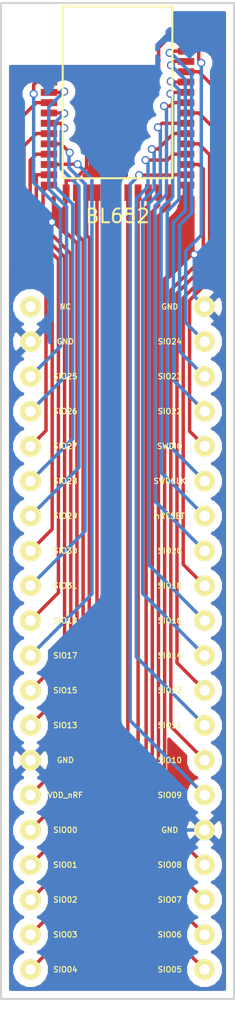
<source format=kicad_pcb>
(kicad_pcb (version 4) (host pcbnew 4.0.4-stable)

  (general
    (links 42)
    (no_connects 0)
    (area 143.424999 65.074999 160.575001 140.075)
    (thickness 1.6)
    (drawings 4)
    (tracks 260)
    (zones 0)
    (modules 2)
    (nets 37)
  )

  (page A4)
  (layers
    (0 F.Cu signal)
    (31 B.Cu signal)
    (32 B.Adhes user)
    (33 F.Adhes user)
    (34 B.Paste user)
    (35 F.Paste user)
    (36 B.SilkS user)
    (37 F.SilkS user)
    (38 B.Mask user)
    (39 F.Mask user)
    (40 Dwgs.User user)
    (41 Cmts.User user)
    (42 Eco1.User user)
    (43 Eco2.User user)
    (44 Edge.Cuts user)
    (45 Margin user)
    (46 B.CrtYd user)
    (47 F.CrtYd user)
    (48 B.Fab user)
    (49 F.Fab user)
  )

  (setup
    (last_trace_width 0.25)
    (trace_clearance 0.2)
    (zone_clearance 0.508)
    (zone_45_only yes)
    (trace_min 0.2)
    (segment_width 0.2)
    (edge_width 0.15)
    (via_size 0.6)
    (via_drill 0.4)
    (via_min_size 0.4)
    (via_min_drill 0.3)
    (uvia_size 0.3)
    (uvia_drill 0.1)
    (uvias_allowed no)
    (uvia_min_size 0.2)
    (uvia_min_drill 0.1)
    (pcb_text_width 0.3)
    (pcb_text_size 1.5 1.5)
    (mod_edge_width 0.15)
    (mod_text_size 1 1)
    (mod_text_width 0.15)
    (pad_size 1.524 1.524)
    (pad_drill 0.762)
    (pad_to_mask_clearance 0.2)
    (aux_axis_origin 0 0)
    (visible_elements FFFFFF7F)
    (pcbplotparams
      (layerselection 0x010f0_80000001)
      (usegerberextensions true)
      (excludeedgelayer true)
      (linewidth 0.100000)
      (plotframeref false)
      (viasonmask false)
      (mode 1)
      (useauxorigin false)
      (hpglpennumber 1)
      (hpglpenspeed 20)
      (hpglpendiameter 15)
      (hpglpenoverlay 2)
      (psnegative false)
      (psa4output false)
      (plotreference true)
      (plotvalue true)
      (plotinvisibletext false)
      (padsonsilk false)
      (subtractmaskfromsilk true)
      (outputformat 1)
      (mirror false)
      (drillshape 0)
      (scaleselection 1)
      (outputdirectory gerber/))
  )

  (net 0 "")
  (net 1 /38)
  (net 2 /37)
  (net 3 /36)
  (net 4 /35)
  (net 5 /34)
  (net 6 /33)
  (net 7 /32)
  (net 8 /31)
  (net 9 /30)
  (net 10 /29)
  (net 11 /28)
  (net 12 /26)
  (net 13 /25)
  (net 14 /24)
  (net 15 /23)
  (net 16 /22)
  (net 17 /21)
  (net 18 /20)
  (net 19 /19)
  (net 20 /18)
  (net 21 /17)
  (net 22 /15)
  (net 23 /14)
  (net 24 /13)
  (net 25 /12)
  (net 26 /11)
  (net 27 /10)
  (net 28 /9)
  (net 29 /8)
  (net 30 /7)
  (net 31 /6)
  (net 32 /5)
  (net 33 /4)
  (net 34 /3)
  (net 35 /2)
  (net 36 GND)

  (net_class Default "これは標準のネット クラスです。"
    (clearance 0.2)
    (trace_width 0.25)
    (via_dia 0.6)
    (via_drill 0.4)
    (uvia_dia 0.3)
    (uvia_drill 0.1)
    (add_net /10)
    (add_net /11)
    (add_net /12)
    (add_net /13)
    (add_net /14)
    (add_net /15)
    (add_net /17)
    (add_net /18)
    (add_net /19)
    (add_net /2)
    (add_net /20)
    (add_net /21)
    (add_net /22)
    (add_net /23)
    (add_net /24)
    (add_net /25)
    (add_net /26)
    (add_net /28)
    (add_net /29)
    (add_net /3)
    (add_net /30)
    (add_net /31)
    (add_net /32)
    (add_net /33)
    (add_net /34)
    (add_net /35)
    (add_net /36)
    (add_net /37)
    (add_net /38)
    (add_net /4)
    (add_net /5)
    (add_net /6)
    (add_net /7)
    (add_net /8)
    (add_net /9)
    (add_net GND)
  )

  (module bl652-breakout-board:BL652 (layer F.Cu) (tedit 5800F59C) (tstamp 5800F81D)
    (at 152 72)
    (path /58008751)
    (fp_text reference BL652 (at 0 9) (layer F.SilkS)
      (effects (font (size 1 1) (thickness 0.15)))
    )
    (fp_text value BL652 (at 0 10.5) (layer F.Fab)
      (effects (font (size 1 1) (thickness 0.15)))
    )
    (fp_line (start -4 -6.25) (end -4 6.25) (layer F.SilkS) (width 0.15))
    (fp_line (start -4 6.25) (end 4 6.25) (layer F.SilkS) (width 0.15))
    (fp_line (start 4 6.25) (end 4 -6.25) (layer F.SilkS) (width 0.15))
    (fp_line (start 4 -6.25) (end -4 -6.25) (layer F.SilkS) (width 0.15))
    (fp_line (start -5 -6.65) (end 5 -6.65) (layer F.Fab) (width 0.15))
    (fp_line (start 5 7.3) (end 5 -6.65) (layer F.Fab) (width 0.15))
    (fp_line (start -5 7.3) (end -5 -6.65) (layer F.Fab) (width 0.15))
    (fp_line (start -5 7.3) (end 5 7.3) (layer F.Fab) (width 0.15))
    (pad 39 smd rect (at -5 -1.5) (size 1.2 0.5) (layers F.Cu F.Paste F.Mask)
      (net 36 GND))
    (pad 38 smd rect (at -5 -0.75) (size 1.2 0.5) (layers F.Cu F.Paste F.Mask)
      (net 1 /38))
    (pad 37 smd rect (at -5 0) (size 1.2 0.5) (layers F.Cu F.Paste F.Mask)
      (net 2 /37))
    (pad 36 smd rect (at -5 0.75) (size 1.2 0.5) (layers F.Cu F.Paste F.Mask)
      (net 3 /36))
    (pad 35 smd rect (at -5 1.5) (size 1.2 0.5) (layers F.Cu F.Paste F.Mask)
      (net 4 /35))
    (pad 34 smd rect (at -5 2.25) (size 1.2 0.5) (layers F.Cu F.Paste F.Mask)
      (net 5 /34))
    (pad 33 smd rect (at -5 3) (size 1.2 0.5) (layers F.Cu F.Paste F.Mask)
      (net 6 /33))
    (pad 32 smd rect (at -5 3.75) (size 1.2 0.5) (layers F.Cu F.Paste F.Mask)
      (net 7 /32))
    (pad 31 smd rect (at -5 4.5) (size 1.2 0.5) (layers F.Cu F.Paste F.Mask)
      (net 8 /31))
    (pad 30 smd rect (at -5 5.25) (size 1.2 0.5) (layers F.Cu F.Paste F.Mask)
      (net 9 /30))
    (pad 29 smd rect (at -5 6) (size 1.2 0.5) (layers F.Cu F.Paste F.Mask)
      (net 10 /29))
    (pad 28 smd rect (at -5 6.75) (size 1.2 0.5) (layers F.Cu F.Paste F.Mask)
      (net 11 /28))
    (pad 27 smd rect (at -3.75 7.3) (size 0.5 1.2) (layers F.Cu F.Paste F.Mask)
      (net 36 GND))
    (pad 26 smd rect (at -3 7.3) (size 0.5 1.2) (layers F.Cu F.Paste F.Mask)
      (net 12 /26))
    (pad 25 smd rect (at -2.25 7.3) (size 0.5 1.2) (layers F.Cu F.Paste F.Mask)
      (net 13 /25))
    (pad 24 smd rect (at -1.5 7.3) (size 0.5 1.2) (layers F.Cu F.Paste F.Mask)
      (net 14 /24))
    (pad 23 smd rect (at -0.75 7.3) (size 0.5 1.2) (layers F.Cu F.Paste F.Mask)
      (net 15 /23))
    (pad 22 smd rect (at 0 7.3) (size 0.5 1.2) (layers F.Cu F.Paste F.Mask)
      (net 16 /22))
    (pad 21 smd rect (at 0.75 7.3) (size 0.5 1.2) (layers F.Cu F.Paste F.Mask)
      (net 17 /21))
    (pad 20 smd rect (at 1.5 7.3) (size 0.5 1.2) (layers F.Cu F.Paste F.Mask)
      (net 18 /20))
    (pad 19 smd rect (at 2.25 7.3) (size 0.5 1.2) (layers F.Cu F.Paste F.Mask)
      (net 19 /19))
    (pad 18 smd rect (at 3 7.3) (size 0.5 1.2) (layers F.Cu F.Paste F.Mask)
      (net 20 /18))
    (pad 17 smd rect (at 3.75 7.3) (size 0.5 1.2) (layers F.Cu F.Paste F.Mask)
      (net 21 /17))
    (pad 16 smd rect (at 5 6.75) (size 1.2 0.5) (layers F.Cu F.Paste F.Mask)
      (net 36 GND))
    (pad 15 smd rect (at 5 6) (size 1.2 0.5) (layers F.Cu F.Paste F.Mask)
      (net 22 /15))
    (pad 14 smd rect (at 5 5.25) (size 1.2 0.5) (layers F.Cu F.Paste F.Mask)
      (net 23 /14))
    (pad 13 smd rect (at 5 4.5) (size 1.2 0.5) (layers F.Cu F.Paste F.Mask)
      (net 24 /13))
    (pad 12 smd rect (at 5 3.75) (size 1.2 0.5) (layers F.Cu F.Paste F.Mask)
      (net 25 /12))
    (pad 11 smd rect (at 5 3) (size 1.2 0.5) (layers F.Cu F.Paste F.Mask)
      (net 26 /11))
    (pad 10 smd rect (at 5 2.25) (size 1.2 0.5) (layers F.Cu F.Paste F.Mask)
      (net 27 /10))
    (pad 9 smd rect (at 5 1.5) (size 1.2 0.5) (layers F.Cu F.Paste F.Mask)
      (net 28 /9))
    (pad 8 smd rect (at 5 0.75) (size 1.2 0.5) (layers F.Cu F.Paste F.Mask)
      (net 29 /8))
    (pad 7 smd rect (at 5 0) (size 1.2 0.5) (layers F.Cu F.Paste F.Mask)
      (net 30 /7))
    (pad 6 smd rect (at 5 -0.75) (size 1.2 0.5) (layers F.Cu F.Paste F.Mask)
      (net 31 /6))
    (pad 5 smd rect (at 5 -1.5) (size 1.2 0.5) (layers F.Cu F.Paste F.Mask)
      (net 32 /5))
    (pad 4 smd rect (at 5 -2.25) (size 1.2 0.5) (layers F.Cu F.Paste F.Mask)
      (net 33 /4))
    (pad 3 smd rect (at 5 -3) (size 1.2 0.5) (layers F.Cu F.Paste F.Mask)
      (net 34 /3))
    (pad 2 smd rect (at 5 -3.75) (size 1.2 0.5) (layers F.Cu F.Paste F.Mask)
      (net 35 /2))
    (pad 1 smd rect (at 5 -4.5) (size 1.2 0.5) (layers F.Cu F.Paste F.Mask)
      (net 36 GND))
  )

  (module bl652-breakout-board:BL652_socket (layer F.Cu) (tedit 5800F76E) (tstamp 5800F871)
    (at 152 113)
    (path /5800879B)
    (fp_text reference "" (at 0 24.765) (layer F.SilkS)
      (effects (font (size 1 1) (thickness 0.15)))
    )
    (fp_text value BL652_socket (at 0 26) (layer F.Fab)
      (effects (font (size 1 1) (thickness 0.15)))
    )
    (fp_text user NC (at -3.81 -25.4) (layer F.SilkS)
      (effects (font (size 0.4 0.4) (thickness 0.08)))
    )
    (fp_text user GND (at -3.81 -22.86) (layer F.SilkS)
      (effects (font (size 0.4 0.4) (thickness 0.08)))
    )
    (fp_text user SIO25 (at -3.81 -20.32) (layer F.SilkS)
      (effects (font (size 0.4 0.4) (thickness 0.08)))
    )
    (fp_text user SIO26 (at -3.81 -17.78) (layer F.SilkS)
      (effects (font (size 0.4 0.4) (thickness 0.08)))
    )
    (fp_text user SIO27 (at -3.81 -15.24) (layer F.SilkS)
      (effects (font (size 0.4 0.4) (thickness 0.08)))
    )
    (fp_text user SIO28 (at -3.81 -12.7) (layer F.SilkS)
      (effects (font (size 0.4 0.4) (thickness 0.08)))
    )
    (fp_text user SIO29 (at -3.81 -10.16) (layer F.SilkS)
      (effects (font (size 0.4 0.4) (thickness 0.08)))
    )
    (fp_text user SIO30 (at -3.81 -7.62) (layer F.SilkS)
      (effects (font (size 0.4 0.4) (thickness 0.08)))
    )
    (fp_text user SIO31 (at -3.81 -5.08) (layer F.SilkS)
      (effects (font (size 0.4 0.4) (thickness 0.08)))
    )
    (fp_text user SIO19 (at -3.81 -2.54) (layer F.SilkS)
      (effects (font (size 0.4 0.4) (thickness 0.08)))
    )
    (fp_text user SIO17 (at -3.81 0) (layer F.SilkS)
      (effects (font (size 0.4 0.4) (thickness 0.08)))
    )
    (fp_text user SIO15 (at -3.81 2.54) (layer F.SilkS)
      (effects (font (size 0.4 0.4) (thickness 0.08)))
    )
    (fp_text user SIO13 (at -3.81 5.08) (layer F.SilkS)
      (effects (font (size 0.4 0.4) (thickness 0.08)))
    )
    (fp_text user GND (at -3.81 7.62) (layer F.SilkS)
      (effects (font (size 0.4 0.4) (thickness 0.08)))
    )
    (fp_text user VDD_nRF (at -3.81 10.16) (layer F.SilkS)
      (effects (font (size 0.4 0.4) (thickness 0.08)))
    )
    (fp_text user SIO00 (at -3.81 12.7) (layer F.SilkS)
      (effects (font (size 0.4 0.4) (thickness 0.08)))
    )
    (fp_text user SIO01 (at -3.81 15.24) (layer F.SilkS)
      (effects (font (size 0.4 0.4) (thickness 0.08)))
    )
    (fp_text user SIO02 (at -3.81 17.78) (layer F.SilkS)
      (effects (font (size 0.4 0.4) (thickness 0.08)))
    )
    (fp_text user SIO03 (at -3.81 20.32) (layer F.SilkS)
      (effects (font (size 0.4 0.4) (thickness 0.08)))
    )
    (fp_text user SIO04 (at -3.81 22.86) (layer F.SilkS)
      (effects (font (size 0.4 0.4) (thickness 0.08)))
    )
    (fp_text user SIO05 (at 3.81 22.86) (layer F.SilkS)
      (effects (font (size 0.4 0.4) (thickness 0.08)))
    )
    (fp_text user SIO06 (at 3.81 20.32) (layer F.SilkS)
      (effects (font (size 0.4 0.4) (thickness 0.08)))
    )
    (fp_text user SIO07 (at 3.81 17.78) (layer F.SilkS)
      (effects (font (size 0.4 0.4) (thickness 0.08)))
    )
    (fp_text user SIO08 (at 3.81 15.24) (layer F.SilkS)
      (effects (font (size 0.4 0.4) (thickness 0.08)))
    )
    (fp_text user GND (at 3.81 12.7) (layer F.SilkS)
      (effects (font (size 0.4 0.4) (thickness 0.08)))
    )
    (fp_text user SIO09 (at 3.81 10.16) (layer F.SilkS)
      (effects (font (size 0.4 0.4) (thickness 0.08)))
    )
    (fp_text user SIO10 (at 3.81 7.62) (layer F.SilkS)
      (effects (font (size 0.4 0.4) (thickness 0.08)))
    )
    (fp_text user SIO11 (at 3.81 5.08) (layer F.SilkS)
      (effects (font (size 0.4 0.4) (thickness 0.08)))
    )
    (fp_text user SIO12 (at 3.81 2.54) (layer F.SilkS)
      (effects (font (size 0.4 0.4) (thickness 0.08)))
    )
    (fp_text user SIO14 (at 3.81 0) (layer F.SilkS)
      (effects (font (size 0.4 0.4) (thickness 0.08)))
    )
    (fp_text user SIO16 (at 3.81 -2.54) (layer F.SilkS)
      (effects (font (size 0.4 0.4) (thickness 0.08)))
    )
    (fp_text user SIO18 (at 3.81 -5.08) (layer F.SilkS)
      (effects (font (size 0.4 0.4) (thickness 0.08)))
    )
    (fp_text user SIO20 (at 3.81 -7.62) (layer F.SilkS)
      (effects (font (size 0.4 0.4) (thickness 0.08)))
    )
    (fp_text user nRESET (at 3.81 -10.16) (layer F.SilkS)
      (effects (font (size 0.4 0.4) (thickness 0.08)))
    )
    (fp_text user SWDCLK (at 3.81 -12.7) (layer F.SilkS)
      (effects (font (size 0.4 0.4) (thickness 0.08)))
    )
    (fp_text user SWDIO (at 3.81 -15.24) (layer F.SilkS)
      (effects (font (size 0.4 0.4) (thickness 0.08)))
    )
    (fp_text user SIO22 (at 3.81 -17.78) (layer F.SilkS)
      (effects (font (size 0.4 0.4) (thickness 0.08)))
    )
    (fp_text user SIO23 (at 3.81 -20.32) (layer F.SilkS)
      (effects (font (size 0.4 0.4) (thickness 0.08)))
    )
    (fp_text user SIO24 (at 3.81 -22.86) (layer F.SilkS)
      (effects (font (size 0.4 0.4) (thickness 0.08)))
    )
    (fp_text user GND (at 3.81 -25.4) (layer F.SilkS)
      (effects (font (size 0.4 0.4) (thickness 0.08)))
    )
    (pad 2 thru_hole circle (at 6.35 -22.86) (size 1.524 1.524) (drill 0.762) (layers *.Cu *.Mask F.SilkS)
      (net 35 /2))
    (pad 3 thru_hole circle (at 6.35 -20.32) (size 1.524 1.524) (drill 0.762) (layers *.Cu *.Mask F.SilkS)
      (net 34 /3))
    (pad 4 thru_hole circle (at 6.35 -17.78) (size 1.524 1.524) (drill 0.762) (layers *.Cu *.Mask F.SilkS)
      (net 33 /4))
    (pad 5 thru_hole circle (at 6.35 -15.24) (size 1.524 1.524) (drill 0.762) (layers *.Cu *.Mask F.SilkS)
      (net 32 /5))
    (pad 6 thru_hole circle (at 6.35 -12.7) (size 1.524 1.524) (drill 0.762) (layers *.Cu *.Mask F.SilkS)
      (net 31 /6))
    (pad 7 thru_hole circle (at 6.35 -10.16) (size 1.524 1.524) (drill 0.762) (layers *.Cu *.Mask F.SilkS)
      (net 30 /7))
    (pad 8 thru_hole circle (at 6.35 -7.62) (size 1.524 1.524) (drill 0.762) (layers *.Cu *.Mask F.SilkS)
      (net 29 /8))
    (pad 9 thru_hole circle (at 6.35 -5.08) (size 1.524 1.524) (drill 0.762) (layers *.Cu *.Mask F.SilkS)
      (net 28 /9))
    (pad 10 thru_hole circle (at 6.35 -2.54) (size 1.524 1.524) (drill 0.762) (layers *.Cu *.Mask F.SilkS)
      (net 27 /10))
    (pad 11 thru_hole circle (at 6.35 0) (size 1.524 1.524) (drill 0.762) (layers *.Cu *.Mask F.SilkS)
      (net 26 /11))
    (pad 12 thru_hole circle (at 6.35 2.54) (size 1.524 1.524) (drill 0.762) (layers *.Cu *.Mask F.SilkS)
      (net 25 /12))
    (pad 13 thru_hole circle (at 6.35 5.08) (size 1.524 1.524) (drill 0.762) (layers *.Cu *.Mask F.SilkS)
      (net 24 /13))
    (pad 14 thru_hole circle (at 6.35 7.62) (size 1.524 1.524) (drill 0.762) (layers *.Cu *.Mask F.SilkS)
      (net 23 /14))
    (pad 15 thru_hole circle (at 6.35 10.16) (size 1.524 1.524) (drill 0.762) (layers *.Cu *.Mask F.SilkS)
      (net 22 /15))
    (pad 16 thru_hole circle (at 6.35 12.7) (size 1.524 1.524) (drill 0.762) (layers *.Cu *.Mask F.SilkS)
      (net 36 GND))
    (pad 17 thru_hole circle (at 6.35 15.24) (size 1.524 1.524) (drill 0.762) (layers *.Cu *.Mask F.SilkS)
      (net 21 /17))
    (pad 18 thru_hole circle (at 6.35 17.78) (size 1.524 1.524) (drill 0.762) (layers *.Cu *.Mask F.SilkS)
      (net 20 /18))
    (pad 19 thru_hole circle (at 6.35 20.32) (size 1.524 1.524) (drill 0.762) (layers *.Cu *.Mask F.SilkS)
      (net 19 /19))
    (pad 20 thru_hole circle (at 6.35 22.86) (size 1.524 1.524) (drill 0.762) (layers *.Cu *.Mask F.SilkS)
      (net 18 /20))
    (pad 21 thru_hole circle (at -6.35 22.86) (size 1.524 1.524) (drill 0.762) (layers *.Cu *.Mask F.SilkS)
      (net 17 /21))
    (pad 22 thru_hole circle (at -6.35 20.32) (size 1.524 1.524) (drill 0.762) (layers *.Cu *.Mask F.SilkS)
      (net 16 /22))
    (pad 23 thru_hole circle (at -6.35 17.78) (size 1.524 1.524) (drill 0.762) (layers *.Cu *.Mask F.SilkS)
      (net 15 /23))
    (pad 24 thru_hole circle (at -6.35 15.24) (size 1.524 1.524) (drill 0.762) (layers *.Cu *.Mask F.SilkS)
      (net 14 /24))
    (pad 25 thru_hole circle (at -6.35 12.7) (size 1.524 1.524) (drill 0.762) (layers *.Cu *.Mask F.SilkS)
      (net 13 /25))
    (pad 26 thru_hole circle (at -6.35 10.16) (size 1.524 1.524) (drill 0.762) (layers *.Cu *.Mask F.SilkS)
      (net 12 /26))
    (pad 27 thru_hole circle (at -6.35 7.62) (size 1.524 1.524) (drill 0.762) (layers *.Cu *.Mask F.SilkS)
      (net 36 GND))
    (pad 28 thru_hole circle (at -6.35 5.08) (size 1.524 1.524) (drill 0.762) (layers *.Cu *.Mask F.SilkS)
      (net 11 /28))
    (pad 29 thru_hole circle (at -6.35 2.54) (size 1.524 1.524) (drill 0.762) (layers *.Cu *.Mask F.SilkS)
      (net 10 /29))
    (pad 30 thru_hole circle (at -6.35 0) (size 1.524 1.524) (drill 0.762) (layers *.Cu *.Mask F.SilkS)
      (net 9 /30))
    (pad 31 thru_hole circle (at -6.35 -2.54) (size 1.524 1.524) (drill 0.762) (layers *.Cu *.Mask F.SilkS)
      (net 8 /31))
    (pad 32 thru_hole circle (at -6.35 -5.08) (size 1.524 1.524) (drill 0.762) (layers *.Cu *.Mask F.SilkS)
      (net 7 /32))
    (pad 33 thru_hole circle (at -6.35 -7.62) (size 1.524 1.524) (drill 0.762) (layers *.Cu *.Mask F.SilkS)
      (net 6 /33))
    (pad 34 thru_hole circle (at -6.35 -10.16) (size 1.524 1.524) (drill 0.762) (layers *.Cu *.Mask F.SilkS)
      (net 5 /34))
    (pad 35 thru_hole circle (at -6.35 -12.7) (size 1.524 1.524) (drill 0.762) (layers *.Cu *.Mask F.SilkS)
      (net 4 /35))
    (pad 36 thru_hole circle (at -6.35 -15.24) (size 1.524 1.524) (drill 0.762) (layers *.Cu *.Mask F.SilkS)
      (net 3 /36))
    (pad 37 thru_hole circle (at -6.35 -17.78) (size 1.524 1.524) (drill 0.762) (layers *.Cu *.Mask F.SilkS)
      (net 2 /37))
    (pad 38 thru_hole circle (at -6.35 -20.32) (size 1.524 1.524) (drill 0.762) (layers *.Cu *.Mask F.SilkS)
      (net 1 /38))
    (pad 39 thru_hole circle (at -6.35 -22.86) (size 1.524 1.524) (drill 0.762) (layers *.Cu *.Mask F.SilkS)
      (net 36 GND))
    (pad 1 thru_hole circle (at 6.35 -25.4) (size 1.524 1.524) (drill 0.762) (layers *.Cu *.Mask F.SilkS)
      (net 36 GND))
    (pad 40 thru_hole circle (at -6.35 -25.4) (size 1.524 1.524) (drill 0.762) (layers *.Cu *.Mask F.SilkS))
  )

  (gr_line (start 143.5 65.5) (end 143.5 138) (angle 90) (layer Edge.Cuts) (width 0.15))
  (gr_line (start 160.5 138) (end 160.5 65.5) (angle 90) (layer Edge.Cuts) (width 0.15))
  (gr_line (start 143.5 138) (end 160.5 138) (angle 90) (layer Edge.Cuts) (width 0.15))
  (gr_line (start 160.5 65.5) (end 143.5 65.5) (angle 90) (layer Edge.Cuts) (width 0.15))

  (via (at 145.8804 72.1053) (size 0.6) (layers F.Cu B.Cu) (net 1))
  (segment (start 147 71.25) (end 146.0747 71.25) (width 0.25) (layer F.Cu) (net 1))
  (segment (start 145.8804 71.4443) (end 145.8804 72.1053) (width 0.25) (layer F.Cu) (net 1))
  (segment (start 146.0747 71.25) (end 145.8804 71.4443) (width 0.25) (layer F.Cu) (net 1))
  (segment (start 145.8804 78.5641) (end 145.8804 72.1053) (width 0.25) (layer B.Cu) (net 1))
  (segment (start 147.832 80.5157) (end 145.8804 78.5641) (width 0.25) (layer B.Cu) (net 1))
  (segment (start 147.832 90.498) (end 147.832 80.5157) (width 0.25) (layer B.Cu) (net 1))
  (segment (start 145.65 92.68) (end 147.832 90.498) (width 0.25) (layer B.Cu) (net 1))
  (via (at 148.1118 71.9375) (size 0.6) (layers F.Cu B.Cu) (net 2))
  (segment (start 147.9878 71.9375) (end 147.9253 72) (width 0.25) (layer F.Cu) (net 2))
  (segment (start 148.1118 71.9375) (end 147.9878 71.9375) (width 0.25) (layer F.Cu) (net 2))
  (segment (start 147 72) (end 147.9253 72) (width 0.25) (layer F.Cu) (net 2))
  (segment (start 146.9843 73.065) (end 148.1118 71.9375) (width 0.25) (layer B.Cu) (net 2))
  (segment (start 146.9843 79.0311) (end 146.9843 73.065) (width 0.25) (layer B.Cu) (net 2))
  (segment (start 148.2823 80.3291) (end 146.9843 79.0311) (width 0.25) (layer B.Cu) (net 2))
  (segment (start 148.2823 92.5877) (end 148.2823 80.3291) (width 0.25) (layer B.Cu) (net 2))
  (segment (start 145.65 95.22) (end 148.2823 92.5877) (width 0.25) (layer B.Cu) (net 2))
  (segment (start 147 72.75) (end 146.0747 72.75) (width 0.25) (layer F.Cu) (net 3))
  (segment (start 146.7817 96.6283) (end 145.65 97.76) (width 0.25) (layer F.Cu) (net 3))
  (segment (start 146.7817 86.5126) (end 146.7817 96.6283) (width 0.25) (layer F.Cu) (net 3))
  (segment (start 144.7238 84.4547) (end 146.7817 86.5126) (width 0.25) (layer F.Cu) (net 3))
  (segment (start 144.7238 74.1009) (end 144.7238 84.4547) (width 0.25) (layer F.Cu) (net 3))
  (segment (start 146.0747 72.75) (end 144.7238 74.1009) (width 0.25) (layer F.Cu) (net 3))
  (via (at 148.109 73.527) (size 0.6) (layers F.Cu B.Cu) (net 4))
  (segment (start 148.082 73.5) (end 148.109 73.527) (width 0.25) (layer F.Cu) (net 4))
  (segment (start 147 73.5) (end 148.082 73.5) (width 0.25) (layer F.Cu) (net 4))
  (segment (start 147.4346 74.2014) (end 148.109 73.527) (width 0.25) (layer B.Cu) (net 4))
  (segment (start 147.4346 78.8445) (end 147.4346 74.2014) (width 0.25) (layer B.Cu) (net 4))
  (segment (start 148.7326 80.1425) (end 147.4346 78.8445) (width 0.25) (layer B.Cu) (net 4))
  (segment (start 148.7326 97.2174) (end 148.7326 80.1425) (width 0.25) (layer B.Cu) (net 4))
  (segment (start 145.65 100.3) (end 148.7326 97.2174) (width 0.25) (layer B.Cu) (net 4))
  (via (at 148.1191 74.6011) (size 0.6) (layers F.Cu B.Cu) (net 5))
  (segment (start 147 74.25) (end 147.9253 74.25) (width 0.25) (layer F.Cu) (net 5))
  (segment (start 147.9253 74.4073) (end 148.1191 74.6011) (width 0.25) (layer F.Cu) (net 5))
  (segment (start 147.9253 74.25) (end 147.9253 74.4073) (width 0.25) (layer F.Cu) (net 5))
  (segment (start 147.8849 74.8353) (end 148.1191 74.6011) (width 0.25) (layer B.Cu) (net 5))
  (segment (start 147.8849 77.5511) (end 147.8849 74.8353) (width 0.25) (layer B.Cu) (net 5))
  (segment (start 149.1829 78.8491) (end 147.8849 77.5511) (width 0.25) (layer B.Cu) (net 5))
  (segment (start 149.1829 99.3071) (end 149.1829 78.8491) (width 0.25) (layer B.Cu) (net 5))
  (segment (start 145.65 102.84) (end 149.1829 99.3071) (width 0.25) (layer B.Cu) (net 5))
  (segment (start 147 75) (end 146.0747 75) (width 0.25) (layer F.Cu) (net 6))
  (segment (start 147.2321 103.7979) (end 145.65 105.38) (width 0.25) (layer F.Cu) (net 6))
  (segment (start 147.2321 84.575) (end 147.2321 103.7979) (width 0.25) (layer F.Cu) (net 6))
  (segment (start 145.1741 82.517) (end 147.2321 84.575) (width 0.25) (layer F.Cu) (net 6))
  (segment (start 145.1741 75.9006) (end 145.1741 82.517) (width 0.25) (layer F.Cu) (net 6))
  (segment (start 146.0747 75) (end 145.1741 75.9006) (width 0.25) (layer F.Cu) (net 6))
  (via (at 148.5102 76.3913) (size 0.6) (layers F.Cu B.Cu) (net 7))
  (segment (start 147 75.75) (end 147.9253 75.75) (width 0.25) (layer F.Cu) (net 7))
  (segment (start 147.9253 75.8064) (end 147.9253 75.75) (width 0.25) (layer F.Cu) (net 7))
  (segment (start 148.5102 76.3913) (end 147.9253 75.8064) (width 0.25) (layer F.Cu) (net 7))
  (segment (start 148.461 76.4405) (end 148.5102 76.3913) (width 0.25) (layer B.Cu) (net 7))
  (segment (start 148.461 77.4903) (end 148.461 76.4405) (width 0.25) (layer B.Cu) (net 7))
  (segment (start 149.6332 78.6625) (end 148.461 77.4903) (width 0.25) (layer B.Cu) (net 7))
  (segment (start 149.6332 103.9368) (end 149.6332 78.6625) (width 0.25) (layer B.Cu) (net 7))
  (segment (start 145.65 107.92) (end 149.6332 103.9368) (width 0.25) (layer B.Cu) (net 7))
  (segment (start 145.6244 76.9503) (end 146.0747 76.5) (width 0.25) (layer F.Cu) (net 8))
  (segment (start 145.6244 82.1053) (end 145.6244 76.9503) (width 0.25) (layer F.Cu) (net 8))
  (segment (start 147.6866 84.1675) (end 145.6244 82.1053) (width 0.25) (layer F.Cu) (net 8))
  (segment (start 147.6866 108.4234) (end 147.6866 84.1675) (width 0.25) (layer F.Cu) (net 8))
  (segment (start 145.65 110.46) (end 147.6866 108.4234) (width 0.25) (layer F.Cu) (net 8))
  (segment (start 147 76.5) (end 146.0747 76.5) (width 0.25) (layer F.Cu) (net 8))
  (via (at 149.0863 77.2313) (size 0.6) (layers F.Cu B.Cu) (net 9))
  (segment (start 150.1319 78.2769) (end 149.0863 77.2313) (width 0.25) (layer B.Cu) (net 9))
  (segment (start 150.1319 108.5181) (end 150.1319 78.2769) (width 0.25) (layer B.Cu) (net 9))
  (segment (start 145.65 113) (end 150.1319 108.5181) (width 0.25) (layer B.Cu) (net 9))
  (segment (start 147.944 77.2313) (end 147.9253 77.25) (width 0.25) (layer F.Cu) (net 9))
  (segment (start 149.0863 77.2313) (end 147.944 77.2313) (width 0.25) (layer F.Cu) (net 9))
  (segment (start 147 77.25) (end 147.9253 77.25) (width 0.25) (layer F.Cu) (net 9))
  (segment (start 147 78) (end 146.0747 78) (width 0.25) (layer F.Cu) (net 10))
  (segment (start 146.0747 81.9187) (end 146.0747 78) (width 0.25) (layer F.Cu) (net 10))
  (segment (start 148.1369 83.9809) (end 146.0747 81.9187) (width 0.25) (layer F.Cu) (net 10))
  (segment (start 148.1369 113.0531) (end 148.1369 83.9809) (width 0.25) (layer F.Cu) (net 10))
  (segment (start 145.65 115.54) (end 148.1369 113.0531) (width 0.25) (layer F.Cu) (net 10))
  (segment (start 146.5644 79.1856) (end 147 78.75) (width 0.25) (layer F.Cu) (net 11))
  (segment (start 146.5644 81.722) (end 146.5644 79.1856) (width 0.25) (layer F.Cu) (net 11))
  (segment (start 148.5872 83.7448) (end 146.5644 81.722) (width 0.25) (layer F.Cu) (net 11))
  (segment (start 148.5872 115.1428) (end 148.5872 83.7448) (width 0.25) (layer F.Cu) (net 11))
  (segment (start 145.65 118.08) (end 148.5872 115.1428) (width 0.25) (layer F.Cu) (net 11))
  (segment (start 149 79.3) (end 149 80.2253) (width 0.25) (layer F.Cu) (net 12))
  (segment (start 149 82.2964) (end 149 80.2253) (width 0.25) (layer F.Cu) (net 12))
  (segment (start 149.4878 82.7842) (end 149 82.2964) (width 0.25) (layer F.Cu) (net 12))
  (segment (start 149.4878 119.3222) (end 149.4878 82.7842) (width 0.25) (layer F.Cu) (net 12))
  (segment (start 145.65 123.16) (end 149.4878 119.3222) (width 0.25) (layer F.Cu) (net 12))
  (segment (start 149.9381 121.4119) (end 145.65 125.7) (width 0.25) (layer F.Cu) (net 13))
  (segment (start 149.9381 82.5976) (end 149.9381 121.4119) (width 0.25) (layer F.Cu) (net 13))
  (segment (start 149.75 82.4095) (end 149.9381 82.5976) (width 0.25) (layer F.Cu) (net 13))
  (segment (start 149.75 79.3) (end 149.75 82.4095) (width 0.25) (layer F.Cu) (net 13))
  (segment (start 150.5 123.39) (end 150.5 79.3) (width 0.25) (layer F.Cu) (net 14))
  (segment (start 145.65 128.24) (end 150.5 123.39) (width 0.25) (layer F.Cu) (net 14))
  (segment (start 151.25 125.18) (end 151.25 79.3) (width 0.25) (layer F.Cu) (net 15))
  (segment (start 145.65 130.78) (end 151.25 125.18) (width 0.25) (layer F.Cu) (net 15))
  (segment (start 152 126.97) (end 145.65 133.32) (width 0.25) (layer F.Cu) (net 16))
  (segment (start 152 80.2253) (end 152 126.97) (width 0.25) (layer F.Cu) (net 16))
  (segment (start 152 79.3) (end 152 80.2253) (width 0.25) (layer F.Cu) (net 16))
  (segment (start 152.75 79.3) (end 152.75 80.2253) (width 0.25) (layer F.Cu) (net 17))
  (segment (start 152.75 128.76) (end 145.65 135.86) (width 0.25) (layer F.Cu) (net 17))
  (segment (start 152.75 80.2253) (end 152.75 128.76) (width 0.25) (layer F.Cu) (net 17))
  (segment (start 153.5 131.01) (end 153.5 80.2253) (width 0.25) (layer F.Cu) (net 18))
  (segment (start 158.35 135.86) (end 153.5 131.01) (width 0.25) (layer F.Cu) (net 18))
  (segment (start 153.5 79.3) (end 153.5 80.2253) (width 0.25) (layer F.Cu) (net 18))
  (segment (start 154.25 79.3) (end 154.25 80.2253) (width 0.25) (layer F.Cu) (net 19))
  (segment (start 154.0857 129.0557) (end 158.35 133.32) (width 0.25) (layer F.Cu) (net 19))
  (segment (start 154.0857 80.3896) (end 154.0857 129.0557) (width 0.25) (layer F.Cu) (net 19))
  (segment (start 154.25 80.2253) (end 154.0857 80.3896) (width 0.25) (layer F.Cu) (net 19))
  (segment (start 155 79.3) (end 155 80.2253) (width 0.25) (layer F.Cu) (net 20))
  (segment (start 154.536 126.966) (end 158.35 130.78) (width 0.25) (layer F.Cu) (net 20))
  (segment (start 154.536 80.6893) (end 154.536 126.966) (width 0.25) (layer F.Cu) (net 20))
  (segment (start 155 80.2253) (end 154.536 80.6893) (width 0.25) (layer F.Cu) (net 20))
  (segment (start 155.75 79.3) (end 155.75 80.2253) (width 0.25) (layer F.Cu) (net 21))
  (segment (start 154.9863 124.8763) (end 158.35 128.24) (width 0.25) (layer F.Cu) (net 21))
  (segment (start 154.9863 80.989) (end 154.9863 124.8763) (width 0.25) (layer F.Cu) (net 21))
  (segment (start 155.75 80.2253) (end 154.9863 80.989) (width 0.25) (layer F.Cu) (net 21))
  (via (at 153.5781 78.025) (size 0.6) (layers F.Cu B.Cu) (net 22))
  (segment (start 157 78) (end 156.0747 78) (width 0.25) (layer F.Cu) (net 22))
  (segment (start 152.9221 78.681) (end 153.5781 78.025) (width 0.25) (layer B.Cu) (net 22))
  (segment (start 152.9221 117.7321) (end 152.9221 78.681) (width 0.25) (layer B.Cu) (net 22))
  (segment (start 158.35 123.16) (end 152.9221 117.7321) (width 0.25) (layer B.Cu) (net 22))
  (segment (start 156.0497 78.025) (end 156.0747 78) (width 0.25) (layer F.Cu) (net 22))
  (segment (start 153.5781 78.025) (end 156.0497 78.025) (width 0.25) (layer F.Cu) (net 22))
  (segment (start 158.2546 77.5793) (end 157.9253 77.25) (width 0.25) (layer F.Cu) (net 23))
  (segment (start 158.2546 84.03) (end 158.2546 77.5793) (width 0.25) (layer F.Cu) (net 23))
  (segment (start 155.8869 86.3977) (end 158.2546 84.03) (width 0.25) (layer F.Cu) (net 23))
  (segment (start 155.8869 118.1569) (end 155.8869 86.3977) (width 0.25) (layer F.Cu) (net 23))
  (segment (start 158.35 120.62) (end 155.8869 118.1569) (width 0.25) (layer F.Cu) (net 23))
  (segment (start 157 77.25) (end 157.9253 77.25) (width 0.25) (layer F.Cu) (net 23))
  (via (at 154.046 76.929) (size 0.6) (layers F.Cu B.Cu) (net 24))
  (segment (start 157 76.5) (end 156.0747 76.5) (width 0.25) (layer F.Cu) (net 24))
  (segment (start 155.6457 76.929) (end 154.046 76.929) (width 0.25) (layer F.Cu) (net 24))
  (segment (start 156.0747 76.5) (end 155.6457 76.929) (width 0.25) (layer F.Cu) (net 24))
  (segment (start 154.2211 77.1041) (end 154.046 76.929) (width 0.25) (layer B.Cu) (net 24))
  (segment (start 154.2211 78.8742) (end 154.2211 77.1041) (width 0.25) (layer B.Cu) (net 24))
  (segment (start 153.3725 79.7228) (end 154.2211 78.8742) (width 0.25) (layer B.Cu) (net 24))
  (segment (start 153.3725 113.1025) (end 153.3725 79.7228) (width 0.25) (layer B.Cu) (net 24))
  (segment (start 158.35 118.08) (end 153.3725 113.1025) (width 0.25) (layer B.Cu) (net 24))
  (segment (start 158.7157 76.5404) (end 157.9253 75.75) (width 0.25) (layer F.Cu) (net 25))
  (segment (start 158.7157 84.2471) (end 158.7157 76.5404) (width 0.25) (layer F.Cu) (net 25))
  (segment (start 156.3372 86.6256) (end 158.7157 84.2471) (width 0.25) (layer F.Cu) (net 25))
  (segment (start 156.3372 113.5272) (end 156.3372 86.6256) (width 0.25) (layer F.Cu) (net 25))
  (segment (start 158.35 115.54) (end 156.3372 113.5272) (width 0.25) (layer F.Cu) (net 25))
  (segment (start 157 75.75) (end 157.9253 75.75) (width 0.25) (layer F.Cu) (net 25))
  (via (at 154.4963 76.1286) (size 0.6) (layers F.Cu B.Cu) (net 26))
  (segment (start 157 75) (end 156.0747 75) (width 0.25) (layer F.Cu) (net 26))
  (segment (start 154.9461 76.1286) (end 154.4963 76.1286) (width 0.25) (layer F.Cu) (net 26))
  (segment (start 156.0747 75) (end 154.9461 76.1286) (width 0.25) (layer F.Cu) (net 26))
  (segment (start 153.8228 108.4728) (end 158.35 113) (width 0.25) (layer B.Cu) (net 26))
  (segment (start 153.8228 79.9094) (end 153.8228 108.4728) (width 0.25) (layer B.Cu) (net 26))
  (segment (start 154.6714 79.0608) (end 153.8228 79.9094) (width 0.25) (layer B.Cu) (net 26))
  (segment (start 154.6714 76.3037) (end 154.6714 79.0608) (width 0.25) (layer B.Cu) (net 26))
  (segment (start 154.4963 76.1286) (end 154.6714 76.3037) (width 0.25) (layer B.Cu) (net 26))
  (via (at 154.9466 74.5433) (size 0.6) (layers F.Cu B.Cu) (net 27))
  (segment (start 155.2399 74.25) (end 154.9466 74.5433) (width 0.25) (layer F.Cu) (net 27))
  (segment (start 157 74.25) (end 155.2399 74.25) (width 0.25) (layer F.Cu) (net 27))
  (segment (start 154.2731 106.3831) (end 158.35 110.46) (width 0.25) (layer B.Cu) (net 27))
  (segment (start 154.2731 80.096) (end 154.2731 106.3831) (width 0.25) (layer B.Cu) (net 27))
  (segment (start 155.1217 79.2474) (end 154.2731 80.096) (width 0.25) (layer B.Cu) (net 27))
  (segment (start 155.1217 74.7184) (end 155.1217 79.2474) (width 0.25) (layer B.Cu) (net 27))
  (segment (start 154.9466 74.5433) (end 155.1217 74.7184) (width 0.25) (layer B.Cu) (net 27))
  (segment (start 157 73.5) (end 157.9253 73.5) (width 0.25) (layer F.Cu) (net 28))
  (segment (start 159.166 74.7407) (end 157.9253 73.5) (width 0.25) (layer F.Cu) (net 28))
  (segment (start 159.166 84.5925) (end 159.166 74.7407) (width 0.25) (layer F.Cu) (net 28))
  (segment (start 156.791 86.9675) (end 159.166 84.5925) (width 0.25) (layer F.Cu) (net 28))
  (segment (start 156.791 106.361) (end 156.791 86.9675) (width 0.25) (layer F.Cu) (net 28))
  (segment (start 158.35 107.92) (end 156.791 106.361) (width 0.25) (layer F.Cu) (net 28))
  (via (at 155.3969 72.9992) (size 0.6) (layers F.Cu B.Cu) (net 29))
  (segment (start 157 72.75) (end 156.0747 72.75) (width 0.25) (layer F.Cu) (net 29))
  (segment (start 155.3969 72.9991) (end 155.3969 72.9992) (width 0.25) (layer F.Cu) (net 29))
  (segment (start 155.8256 72.9991) (end 155.3969 72.9991) (width 0.25) (layer F.Cu) (net 29))
  (segment (start 156.0747 72.75) (end 155.8256 72.9991) (width 0.25) (layer F.Cu) (net 29))
  (segment (start 154.7234 101.7534) (end 158.35 105.38) (width 0.25) (layer B.Cu) (net 29))
  (segment (start 154.7234 80.2826) (end 154.7234 101.7534) (width 0.25) (layer B.Cu) (net 29))
  (segment (start 155.572 79.434) (end 154.7234 80.2826) (width 0.25) (layer B.Cu) (net 29))
  (segment (start 155.572 73.1743) (end 155.572 79.434) (width 0.25) (layer B.Cu) (net 29))
  (segment (start 155.3969 72.9992) (end 155.572 73.1743) (width 0.25) (layer B.Cu) (net 29))
  (via (at 155.856 72.1021) (size 0.6) (layers F.Cu B.Cu) (net 30))
  (segment (start 157 72) (end 156.0747 72) (width 0.25) (layer F.Cu) (net 30))
  (segment (start 155.9726 72.1021) (end 156.0747 72) (width 0.25) (layer F.Cu) (net 30))
  (segment (start 155.856 72.1021) (end 155.9726 72.1021) (width 0.25) (layer F.Cu) (net 30))
  (segment (start 155.1737 99.6637) (end 158.35 102.84) (width 0.25) (layer B.Cu) (net 30))
  (segment (start 155.1737 80.4692) (end 155.1737 99.6637) (width 0.25) (layer B.Cu) (net 30))
  (segment (start 156.0223 79.6206) (end 155.1737 80.4692) (width 0.25) (layer B.Cu) (net 30))
  (segment (start 156.0223 72.2684) (end 156.0223 79.6206) (width 0.25) (layer B.Cu) (net 30))
  (segment (start 155.856 72.1021) (end 156.0223 72.2684) (width 0.25) (layer B.Cu) (net 30))
  (via (at 155.879 71.2032) (size 0.6) (layers F.Cu B.Cu) (net 31))
  (segment (start 157 71.25) (end 156.0747 71.25) (width 0.25) (layer F.Cu) (net 31))
  (segment (start 156.0279 71.2032) (end 156.0747 71.25) (width 0.25) (layer F.Cu) (net 31))
  (segment (start 155.879 71.2032) (end 156.0279 71.2032) (width 0.25) (layer F.Cu) (net 31))
  (segment (start 155.624 97.574) (end 158.35 100.3) (width 0.25) (layer B.Cu) (net 31))
  (segment (start 155.624 80.6558) (end 155.624 97.574) (width 0.25) (layer B.Cu) (net 31))
  (segment (start 156.4814 79.7984) (end 155.624 80.6558) (width 0.25) (layer B.Cu) (net 31))
  (segment (start 156.4814 71.8056) (end 156.4814 79.7984) (width 0.25) (layer B.Cu) (net 31))
  (segment (start 155.879 71.2032) (end 156.4814 71.8056) (width 0.25) (layer B.Cu) (net 31))
  (segment (start 157 70.5) (end 157.9253 70.5) (width 0.25) (layer F.Cu) (net 32))
  (segment (start 159.6163 72.191) (end 157.9253 70.5) (width 0.25) (layer F.Cu) (net 32))
  (segment (start 159.6163 84.7791) (end 159.6163 72.191) (width 0.25) (layer F.Cu) (net 32))
  (segment (start 157.2571 87.1383) (end 159.6163 84.7791) (width 0.25) (layer F.Cu) (net 32))
  (segment (start 157.2571 96.6671) (end 157.2571 87.1383) (width 0.25) (layer F.Cu) (net 32))
  (segment (start 158.35 97.76) (end 157.2571 96.6671) (width 0.25) (layer F.Cu) (net 32))
  (via (at 155.8972 70.0221) (size 0.6) (layers F.Cu B.Cu) (net 33))
  (segment (start 157 69.75) (end 156.0747 69.75) (width 0.25) (layer F.Cu) (net 33))
  (segment (start 155.8972 69.9275) (end 155.8972 70.0221) (width 0.25) (layer F.Cu) (net 33))
  (segment (start 156.0747 69.75) (end 155.8972 69.9275) (width 0.25) (layer F.Cu) (net 33))
  (segment (start 156.0743 92.9443) (end 158.35 95.22) (width 0.25) (layer B.Cu) (net 33))
  (segment (start 156.0743 81.4793) (end 156.0743 92.9443) (width 0.25) (layer B.Cu) (net 33))
  (segment (start 156.945 80.6086) (end 156.0743 81.4793) (width 0.25) (layer B.Cu) (net 33))
  (segment (start 156.945 71.0699) (end 156.945 80.6086) (width 0.25) (layer B.Cu) (net 33))
  (segment (start 155.8972 70.0221) (end 156.945 71.0699) (width 0.25) (layer B.Cu) (net 33))
  (via (at 155.8037 69.1258) (size 0.6) (layers F.Cu B.Cu) (net 34))
  (segment (start 157 69) (end 156.0747 69) (width 0.25) (layer F.Cu) (net 34))
  (segment (start 155.8037 69.1257) (end 155.8037 69.1258) (width 0.25) (layer F.Cu) (net 34))
  (segment (start 155.949 69.1257) (end 155.8037 69.1257) (width 0.25) (layer F.Cu) (net 34))
  (segment (start 156.0747 69) (end 155.949 69.1257) (width 0.25) (layer F.Cu) (net 34))
  (segment (start 156.5246 90.8546) (end 158.35 92.68) (width 0.25) (layer B.Cu) (net 34))
  (segment (start 156.5246 81.6659) (end 156.5246 90.8546) (width 0.25) (layer B.Cu) (net 34))
  (segment (start 157.4027 80.7878) (end 156.5246 81.6659) (width 0.25) (layer B.Cu) (net 34))
  (segment (start 157.4027 70.638) (end 157.4027 80.7878) (width 0.25) (layer B.Cu) (net 34))
  (segment (start 155.8905 69.1258) (end 157.4027 70.638) (width 0.25) (layer B.Cu) (net 34))
  (segment (start 155.8037 69.1258) (end 155.8905 69.1258) (width 0.25) (layer B.Cu) (net 34))
  (via (at 158.1102 69.8478) (size 0.6) (layers F.Cu B.Cu) (net 35))
  (segment (start 157 68.25) (end 157.9253 68.25) (width 0.25) (layer F.Cu) (net 35))
  (segment (start 157.9253 69.6629) (end 158.1102 69.8478) (width 0.25) (layer F.Cu) (net 35))
  (segment (start 157.9253 68.25) (end 157.9253 69.6629) (width 0.25) (layer F.Cu) (net 35))
  (segment (start 156.9749 88.7649) (end 158.35 90.14) (width 0.25) (layer B.Cu) (net 35))
  (segment (start 156.9749 83.5402) (end 156.9749 88.7649) (width 0.25) (layer B.Cu) (net 35))
  (segment (start 158.1102 82.4049) (end 156.9749 83.5402) (width 0.25) (layer B.Cu) (net 35))
  (segment (start 158.1102 69.8478) (end 158.1102 82.4049) (width 0.25) (layer B.Cu) (net 35))
  (segment (start 157 67.5) (end 156 67.5) (width 0.25) (layer F.Cu) (net 36))
  (segment (start 154.75 70.5) (end 149.7436 70.5) (width 0.25) (layer F.Cu) (net 36) (tstamp 5800FBB7))
  (segment (start 155 70.25) (end 154.75 70.5) (width 0.25) (layer F.Cu) (net 36) (tstamp 5800FBB6))
  (segment (start 155 68.75) (end 155 70.25) (width 0.25) (layer F.Cu) (net 36) (tstamp 5800FBB5))
  (segment (start 155.75 68) (end 155 68.75) (width 0.25) (layer F.Cu) (net 36) (tstamp 5800FBB4))
  (segment (start 155.75 67.75) (end 155.75 68) (width 0.25) (layer F.Cu) (net 36) (tstamp 5800FBB3))
  (segment (start 156 67.5) (end 155.75 67.75) (width 0.25) (layer F.Cu) (net 36) (tstamp 5800FBB2))
  (via (at 147.2067 81.443) (size 0.6) (layers F.Cu B.Cu) (net 36))
  (via (at 157.6002 83.7992) (size 0.6) (layers F.Cu B.Cu) (net 36))
  (segment (start 148.25 79.3) (end 148.25 78.3747) (width 0.25) (layer F.Cu) (net 36))
  (segment (start 147 70.5) (end 147.9253 70.5) (width 0.25) (layer F.Cu) (net 36))
  (segment (start 148.8424 78.3747) (end 148.25 78.3747) (width 0.25) (layer F.Cu) (net 36))
  (segment (start 149.7436 77.4735) (end 148.8424 78.3747) (width 0.25) (layer F.Cu) (net 36))
  (segment (start 149.7436 70.5) (end 149.7436 77.4735) (width 0.25) (layer F.Cu) (net 36))
  (segment (start 149.7436 70.5) (end 147.9253 70.5) (width 0.25) (layer F.Cu) (net 36))
  (segment (start 147.2067 88.5833) (end 147.2067 81.443) (width 0.25) (layer B.Cu) (net 36))
  (segment (start 145.65 90.14) (end 147.2067 88.5833) (width 0.25) (layer B.Cu) (net 36))
  (segment (start 148.25 79.3) (end 148.25 80.0094) (width 0.25) (layer F.Cu) (net 36))
  (segment (start 148.1986 81.443) (end 147.2067 81.443) (width 0.25) (layer F.Cu) (net 36))
  (segment (start 148.1986 80.0608) (end 148.1986 81.443) (width 0.25) (layer F.Cu) (net 36))
  (segment (start 148.25 80.0094) (end 148.1986 80.0608) (width 0.25) (layer F.Cu) (net 36))
  (segment (start 148.1986 82.1319) (end 148.1986 81.443) (width 0.25) (layer F.Cu) (net 36))
  (segment (start 149.0375 82.9708) (end 148.1986 82.1319) (width 0.25) (layer F.Cu) (net 36))
  (segment (start 149.0375 117.2325) (end 149.0375 82.9708) (width 0.25) (layer F.Cu) (net 36))
  (segment (start 145.65 120.62) (end 149.0375 117.2325) (width 0.25) (layer F.Cu) (net 36))
  (segment (start 157.6002 86.8502) (end 157.6002 83.7992) (width 0.25) (layer B.Cu) (net 36))
  (segment (start 158.35 87.6) (end 157.6002 86.8502) (width 0.25) (layer B.Cu) (net 36))
  (segment (start 157.6002 83.7992) (end 157.2108 83.7992) (width 0.25) (layer F.Cu) (net 36))
  (segment (start 155.4366 85.5734) (end 157.2108 83.7992) (width 0.25) (layer F.Cu) (net 36))
  (segment (start 155.4366 122.7866) (end 155.4366 85.5734) (width 0.25) (layer F.Cu) (net 36))
  (segment (start 158.35 125.7) (end 155.4366 122.7866) (width 0.25) (layer F.Cu) (net 36))
  (segment (start 157.2108 78.9608) (end 157 78.75) (width 0.25) (layer F.Cu) (net 36))
  (segment (start 157.2108 83.7992) (end 157.2108 78.9608) (width 0.25) (layer F.Cu) (net 36))
  (segment (start 150.73 125.7) (end 145.65 120.62) (width 0.25) (layer B.Cu) (net 36))
  (segment (start 158.35 125.7) (end 150.73 125.7) (width 0.25) (layer B.Cu) (net 36))

  (zone (net 36) (net_name GND) (layer F.Cu) (tstamp 5800FB8D) (hatch edge 0.508)
    (connect_pads (clearance 0.508))
    (min_thickness 0.254)
    (fill yes (arc_segments 16) (thermal_gap 0.508) (thermal_bridge_width 0.508))
    (polygon
      (pts
        (xy 160.5 138) (xy 143.5 138) (xy 143.5 65.5) (xy 160.5 65.5)
      )
    )
    (filled_polygon
      (pts
        (xy 145.397077 86.202779) (xy 145.373339 86.202758) (xy 144.859697 86.41499) (xy 144.466371 86.80763) (xy 144.253243 87.3209)
        (xy 144.252758 87.876661) (xy 144.46499 88.390303) (xy 144.85763 88.783629) (xy 145.049727 88.863395) (xy 144.918857 88.917603)
        (xy 144.849392 89.159787) (xy 145.65 89.960395) (xy 145.664143 89.946253) (xy 145.843748 90.125858) (xy 145.829605 90.14)
        (xy 145.843748 90.154143) (xy 145.664143 90.333748) (xy 145.65 90.319605) (xy 144.849392 91.120213) (xy 144.918857 91.362397)
        (xy 145.059318 91.412509) (xy 144.859697 91.49499) (xy 144.466371 91.88763) (xy 144.253243 92.4009) (xy 144.252758 92.956661)
        (xy 144.46499 93.470303) (xy 144.85763 93.863629) (xy 145.065512 93.949949) (xy 144.859697 94.03499) (xy 144.466371 94.42763)
        (xy 144.253243 94.9409) (xy 144.252758 95.496661) (xy 144.46499 96.010303) (xy 144.85763 96.403629) (xy 145.065512 96.489949)
        (xy 144.859697 96.57499) (xy 144.466371 96.96763) (xy 144.253243 97.4809) (xy 144.252758 98.036661) (xy 144.46499 98.550303)
        (xy 144.85763 98.943629) (xy 145.065512 99.029949) (xy 144.859697 99.11499) (xy 144.466371 99.50763) (xy 144.253243 100.0209)
        (xy 144.252758 100.576661) (xy 144.46499 101.090303) (xy 144.85763 101.483629) (xy 145.065512 101.569949) (xy 144.859697 101.65499)
        (xy 144.466371 102.04763) (xy 144.253243 102.5609) (xy 144.252758 103.116661) (xy 144.46499 103.630303) (xy 144.85763 104.023629)
        (xy 145.065512 104.109949) (xy 144.859697 104.19499) (xy 144.466371 104.58763) (xy 144.253243 105.1009) (xy 144.252758 105.656661)
        (xy 144.46499 106.170303) (xy 144.85763 106.563629) (xy 145.065512 106.649949) (xy 144.859697 106.73499) (xy 144.466371 107.12763)
        (xy 144.253243 107.6409) (xy 144.252758 108.196661) (xy 144.46499 108.710303) (xy 144.85763 109.103629) (xy 145.065512 109.189949)
        (xy 144.859697 109.27499) (xy 144.466371 109.66763) (xy 144.253243 110.1809) (xy 144.252758 110.736661) (xy 144.46499 111.250303)
        (xy 144.85763 111.643629) (xy 145.065512 111.729949) (xy 144.859697 111.81499) (xy 144.466371 112.20763) (xy 144.253243 112.7209)
        (xy 144.252758 113.276661) (xy 144.46499 113.790303) (xy 144.85763 114.183629) (xy 145.065512 114.269949) (xy 144.859697 114.35499)
        (xy 144.466371 114.74763) (xy 144.253243 115.2609) (xy 144.252758 115.816661) (xy 144.46499 116.330303) (xy 144.85763 116.723629)
        (xy 145.065512 116.809949) (xy 144.859697 116.89499) (xy 144.466371 117.28763) (xy 144.253243 117.8009) (xy 144.252758 118.356661)
        (xy 144.46499 118.870303) (xy 144.85763 119.263629) (xy 145.049727 119.343395) (xy 144.918857 119.397603) (xy 144.849392 119.639787)
        (xy 145.65 120.440395) (xy 146.450608 119.639787) (xy 146.381143 119.397603) (xy 146.240682 119.347491) (xy 146.440303 119.26501)
        (xy 146.833629 118.87237) (xy 147.046757 118.3591) (xy 147.047242 117.803339) (xy 147.033857 117.770945) (xy 148.7278 116.077002)
        (xy 148.7278 119.007398) (xy 147.051916 120.683282) (xy 147.031362 120.272632) (xy 146.872397 119.888857) (xy 146.630213 119.819392)
        (xy 145.829605 120.62) (xy 145.843748 120.634143) (xy 145.664143 120.813748) (xy 145.65 120.799605) (xy 144.849392 121.600213)
        (xy 144.918857 121.842397) (xy 145.059318 121.892509) (xy 144.859697 121.97499) (xy 144.466371 122.36763) (xy 144.253243 122.8809)
        (xy 144.252758 123.436661) (xy 144.46499 123.950303) (xy 144.85763 124.343629) (xy 145.065512 124.429949) (xy 144.859697 124.51499)
        (xy 144.466371 124.90763) (xy 144.253243 125.4209) (xy 144.252758 125.976661) (xy 144.46499 126.490303) (xy 144.85763 126.883629)
        (xy 145.065512 126.969949) (xy 144.859697 127.05499) (xy 144.466371 127.44763) (xy 144.253243 127.9609) (xy 144.252758 128.516661)
        (xy 144.46499 129.030303) (xy 144.85763 129.423629) (xy 145.065512 129.509949) (xy 144.859697 129.59499) (xy 144.466371 129.98763)
        (xy 144.253243 130.5009) (xy 144.252758 131.056661) (xy 144.46499 131.570303) (xy 144.85763 131.963629) (xy 145.065512 132.049949)
        (xy 144.859697 132.13499) (xy 144.466371 132.52763) (xy 144.253243 133.0409) (xy 144.252758 133.596661) (xy 144.46499 134.110303)
        (xy 144.85763 134.503629) (xy 145.065512 134.589949) (xy 144.859697 134.67499) (xy 144.466371 135.06763) (xy 144.253243 135.5809)
        (xy 144.252758 136.136661) (xy 144.46499 136.650303) (xy 144.85763 137.043629) (xy 145.3709 137.256757) (xy 145.926661 137.257242)
        (xy 146.440303 137.04501) (xy 146.833629 136.65237) (xy 147.046757 136.1391) (xy 147.047242 135.583339) (xy 147.033857 135.550945)
        (xy 152.74 129.844802) (xy 152.74 131.01) (xy 152.797852 131.300839) (xy 152.962599 131.547401) (xy 156.965817 135.550619)
        (xy 156.953243 135.5809) (xy 156.952758 136.136661) (xy 157.16499 136.650303) (xy 157.55763 137.043629) (xy 158.0709 137.256757)
        (xy 158.626661 137.257242) (xy 159.140303 137.04501) (xy 159.533629 136.65237) (xy 159.746757 136.1391) (xy 159.747242 135.583339)
        (xy 159.53501 135.069697) (xy 159.14237 134.676371) (xy 158.934488 134.590051) (xy 159.140303 134.50501) (xy 159.533629 134.11237)
        (xy 159.746757 133.5991) (xy 159.747242 133.043339) (xy 159.53501 132.529697) (xy 159.14237 132.136371) (xy 158.934488 132.050051)
        (xy 159.140303 131.96501) (xy 159.533629 131.57237) (xy 159.746757 131.0591) (xy 159.747242 130.503339) (xy 159.53501 129.989697)
        (xy 159.14237 129.596371) (xy 158.934488 129.510051) (xy 159.140303 129.42501) (xy 159.533629 129.03237) (xy 159.746757 128.5191)
        (xy 159.747242 127.963339) (xy 159.53501 127.449697) (xy 159.14237 127.056371) (xy 158.950273 126.976605) (xy 159.081143 126.922397)
        (xy 159.150608 126.680213) (xy 158.35 125.879605) (xy 158.335858 125.893748) (xy 158.156253 125.714143) (xy 158.170395 125.7)
        (xy 158.529605 125.7) (xy 159.330213 126.500608) (xy 159.572397 126.431143) (xy 159.759144 125.907698) (xy 159.731362 125.352632)
        (xy 159.572397 124.968857) (xy 159.330213 124.899392) (xy 158.529605 125.7) (xy 158.170395 125.7) (xy 157.369787 124.899392)
        (xy 157.127603 124.968857) (xy 156.940856 125.492302) (xy 156.954753 125.769951) (xy 155.7463 124.561498) (xy 155.7463 119.091102)
        (xy 156.965817 120.310619) (xy 156.953243 120.3409) (xy 156.952758 120.896661) (xy 157.16499 121.410303) (xy 157.55763 121.803629)
        (xy 157.765512 121.889949) (xy 157.559697 121.97499) (xy 157.166371 122.36763) (xy 156.953243 122.8809) (xy 156.952758 123.436661)
        (xy 157.16499 123.950303) (xy 157.55763 124.343629) (xy 157.749727 124.423395) (xy 157.618857 124.477603) (xy 157.549392 124.719787)
        (xy 158.35 125.520395) (xy 159.150608 124.719787) (xy 159.081143 124.477603) (xy 158.940682 124.427491) (xy 159.140303 124.34501)
        (xy 159.533629 123.95237) (xy 159.746757 123.4391) (xy 159.747242 122.883339) (xy 159.53501 122.369697) (xy 159.14237 121.976371)
        (xy 158.934488 121.890051) (xy 159.140303 121.80501) (xy 159.533629 121.41237) (xy 159.746757 120.8991) (xy 159.747242 120.343339)
        (xy 159.53501 119.829697) (xy 159.14237 119.436371) (xy 158.934488 119.350051) (xy 159.140303 119.26501) (xy 159.533629 118.87237)
        (xy 159.746757 118.3591) (xy 159.747242 117.803339) (xy 159.53501 117.289697) (xy 159.14237 116.896371) (xy 158.934488 116.810051)
        (xy 159.140303 116.72501) (xy 159.533629 116.33237) (xy 159.746757 115.8191) (xy 159.747242 115.263339) (xy 159.53501 114.749697)
        (xy 159.14237 114.356371) (xy 158.934488 114.270051) (xy 159.140303 114.18501) (xy 159.533629 113.79237) (xy 159.746757 113.2791)
        (xy 159.747242 112.723339) (xy 159.53501 112.209697) (xy 159.14237 111.816371) (xy 158.934488 111.730051) (xy 159.140303 111.64501)
        (xy 159.533629 111.25237) (xy 159.746757 110.7391) (xy 159.747242 110.183339) (xy 159.53501 109.669697) (xy 159.14237 109.276371)
        (xy 158.934488 109.190051) (xy 159.140303 109.10501) (xy 159.533629 108.71237) (xy 159.746757 108.1991) (xy 159.747242 107.643339)
        (xy 159.53501 107.129697) (xy 159.14237 106.736371) (xy 158.934488 106.650051) (xy 159.140303 106.56501) (xy 159.533629 106.17237)
        (xy 159.746757 105.6591) (xy 159.747242 105.103339) (xy 159.53501 104.589697) (xy 159.14237 104.196371) (xy 158.934488 104.110051)
        (xy 159.140303 104.02501) (xy 159.533629 103.63237) (xy 159.746757 103.1191) (xy 159.747242 102.563339) (xy 159.53501 102.049697)
        (xy 159.14237 101.656371) (xy 158.934488 101.570051) (xy 159.140303 101.48501) (xy 159.533629 101.09237) (xy 159.746757 100.5791)
        (xy 159.747242 100.023339) (xy 159.53501 99.509697) (xy 159.14237 99.116371) (xy 158.934488 99.030051) (xy 159.140303 98.94501)
        (xy 159.533629 98.55237) (xy 159.746757 98.0391) (xy 159.747242 97.483339) (xy 159.53501 96.969697) (xy 159.14237 96.576371)
        (xy 158.934488 96.490051) (xy 159.140303 96.40501) (xy 159.533629 96.01237) (xy 159.746757 95.4991) (xy 159.747242 94.943339)
        (xy 159.53501 94.429697) (xy 159.14237 94.036371) (xy 158.934488 93.950051) (xy 159.140303 93.86501) (xy 159.533629 93.47237)
        (xy 159.746757 92.9591) (xy 159.747242 92.403339) (xy 159.53501 91.889697) (xy 159.14237 91.496371) (xy 158.934488 91.410051)
        (xy 159.140303 91.32501) (xy 159.533629 90.93237) (xy 159.746757 90.4191) (xy 159.747242 89.863339) (xy 159.53501 89.349697)
        (xy 159.14237 88.956371) (xy 158.950273 88.876605) (xy 159.081143 88.822397) (xy 159.150608 88.580213) (xy 158.35 87.779605)
        (xy 158.335858 87.793748) (xy 158.156253 87.614143) (xy 158.170395 87.6) (xy 158.529605 87.6) (xy 159.330213 88.400608)
        (xy 159.572397 88.331143) (xy 159.759144 87.807698) (xy 159.731362 87.252632) (xy 159.572397 86.868857) (xy 159.330213 86.799392)
        (xy 158.529605 87.6) (xy 158.170395 87.6) (xy 158.156253 87.585858) (xy 158.335858 87.406253) (xy 158.35 87.420395)
        (xy 159.150608 86.619787) (xy 159.083696 86.386506) (xy 159.79 85.680202) (xy 159.79 137.29) (xy 144.21 137.29)
        (xy 144.21 120.412302) (xy 144.240856 120.412302) (xy 144.268638 120.967368) (xy 144.427603 121.351143) (xy 144.669787 121.420608)
        (xy 145.470395 120.62) (xy 144.669787 119.819392) (xy 144.427603 119.888857) (xy 144.240856 120.412302) (xy 144.21 120.412302)
        (xy 144.21 89.932302) (xy 144.240856 89.932302) (xy 144.268638 90.487368) (xy 144.427603 90.871143) (xy 144.669787 90.940608)
        (xy 145.470395 90.14) (xy 144.669787 89.339392) (xy 144.427603 89.408857) (xy 144.240856 89.932302) (xy 144.21 89.932302)
        (xy 144.21 85.015702)
      )
    )
    (filled_polygon
      (pts
        (xy 157.127 79.47625) (xy 157.28575 79.635) (xy 157.4946 79.635) (xy 157.4946 83.715198) (xy 155.7463 85.463498)
        (xy 155.7463 81.303802) (xy 156.287401 80.762701) (xy 156.452148 80.516139) (xy 156.495104 80.300187) (xy 156.596431 80.15189)
        (xy 156.64744 79.9) (xy 156.64744 79.635) (xy 156.71425 79.635) (xy 156.873 79.47625) (xy 156.873 78.89744)
        (xy 157.127 78.89744)
      )
    )
    (filled_polygon
      (pts
        (xy 147.365 80.02631) (xy 147.461673 80.259699) (xy 147.640302 80.438327) (xy 147.873691 80.535) (xy 147.96625 80.535)
        (xy 148.122998 80.378252) (xy 148.122998 80.535) (xy 148.24 80.535) (xy 148.24 82.2964) (xy 148.246555 82.329353)
        (xy 147.3244 81.407198) (xy 147.3244 79.64744) (xy 147.365 79.64744)
      )
    )
    (filled_polygon
      (pts
        (xy 155.010583 69.654743) (xy 155.029477 69.67367) (xy 154.962362 69.835301) (xy 154.962038 70.207267) (xy 155.104083 70.551043)
        (xy 155.156375 70.603427) (xy 155.086808 70.672873) (xy 154.944162 71.016401) (xy 154.943838 71.388367) (xy 155.041659 71.625113)
        (xy 154.921162 71.915301) (xy 154.920928 72.184196) (xy 154.867957 72.206083) (xy 154.604708 72.468873) (xy 154.462062 72.812401)
        (xy 154.461738 73.184367) (xy 154.603783 73.528143) (xy 154.706356 73.630895) (xy 154.417657 73.750183) (xy 154.154408 74.012973)
        (xy 154.011762 74.356501) (xy 154.011438 74.728467) (xy 154.153483 75.072243) (xy 154.285174 75.204164) (xy 153.967357 75.335483)
        (xy 153.704108 75.598273) (xy 153.561462 75.941801) (xy 153.561309 76.117599) (xy 153.517057 76.135883) (xy 153.253808 76.398673)
        (xy 153.111162 76.742201) (xy 153.110838 77.114167) (xy 153.143389 77.192947) (xy 153.049157 77.231883) (xy 152.785908 77.494673)
        (xy 152.643262 77.838201) (xy 152.643075 78.05256) (xy 152.5 78.05256) (xy 152.370411 78.076944) (xy 152.25 78.05256)
        (xy 151.75 78.05256) (xy 151.620411 78.076944) (xy 151.5 78.05256) (xy 151 78.05256) (xy 150.870411 78.076944)
        (xy 150.75 78.05256) (xy 150.25 78.05256) (xy 150.120411 78.076944) (xy 150 78.05256) (xy 149.547132 78.05256)
        (xy 149.615243 78.024417) (xy 149.878492 77.761627) (xy 150.021138 77.418099) (xy 150.021462 77.046133) (xy 149.879417 76.702357)
        (xy 149.616627 76.439108) (xy 149.445221 76.367934) (xy 149.445362 76.206133) (xy 149.303317 75.862357) (xy 149.040527 75.599108)
        (xy 148.696999 75.456462) (xy 148.650123 75.456421) (xy 148.605498 75.411796) (xy 148.648043 75.394217) (xy 148.911292 75.131427)
        (xy 149.053938 74.787899) (xy 149.054262 74.415933) (xy 148.912217 74.072157) (xy 148.899299 74.059217) (xy 148.901192 74.057327)
        (xy 149.043838 73.713799) (xy 149.044162 73.341833) (xy 148.902117 72.998057) (xy 148.639327 72.734808) (xy 148.634974 72.733001)
        (xy 148.640743 72.730617) (xy 148.903992 72.467827) (xy 149.046638 72.124299) (xy 149.046962 71.752333) (xy 148.904917 71.408557)
        (xy 148.642127 71.145308) (xy 148.298599 71.002662) (xy 148.24744 71.002617) (xy 148.24744 71) (xy 148.22755 70.894295)
        (xy 148.235 70.87631) (xy 148.235 70.78375) (xy 148.180111 70.728861) (xy 148.06409 70.548559) (xy 147.85189 70.403569)
        (xy 147.710812 70.375) (xy 148.07625 70.375) (xy 148.235 70.21625) (xy 148.235 70.127) (xy 154.75 70.127)
        (xy 154.796159 70.118315) (xy 154.838553 70.091035) (xy 154.866994 70.04941) (xy 154.877 70) (xy 154.877 69.331447)
      )
    )
    (filled_polygon
      (pts
        (xy 156.164683 67.396838) (xy 155.948559 67.53591) (xy 155.809888 67.738862) (xy 155.765 67.78375) (xy 155.765 67.87631)
        (xy 155.773468 67.896753) (xy 155.75256 68) (xy 155.75256 68.190755) (xy 155.618533 68.190638) (xy 155.274757 68.332683)
        (xy 155.011508 68.595473) (xy 154.877 68.919403) (xy 154.877 68.552606) (xy 155.589803 67.839803) (xy 155.616994 67.79941)
        (xy 155.627 67.75) (xy 155.627 67.552606) (xy 155.802606 67.377) (xy 156 67.377) (xy 156.01063 67.375)
        (xy 156.280742 67.375)
      )
    )
  )
  (zone (net 36) (net_name GND) (layer B.Cu) (tstamp 5800FB8E) (hatch edge 0.508)
    (connect_pads (clearance 0.508))
    (min_thickness 0.254)
    (fill yes (arc_segments 16) (thermal_gap 0.508) (thermal_bridge_width 0.508))
    (polygon
      (pts
        (xy 160.5 138) (xy 143.5 138) (xy 143.5 65.5) (xy 160.5 65.5)
      )
    )
    (filled_polygon
      (pts
        (xy 159.79 137.29) (xy 144.21 137.29) (xy 144.21 123.436661) (xy 144.252758 123.436661) (xy 144.46499 123.950303)
        (xy 144.85763 124.343629) (xy 145.065512 124.429949) (xy 144.859697 124.51499) (xy 144.466371 124.90763) (xy 144.253243 125.4209)
        (xy 144.252758 125.976661) (xy 144.46499 126.490303) (xy 144.85763 126.883629) (xy 145.065512 126.969949) (xy 144.859697 127.05499)
        (xy 144.466371 127.44763) (xy 144.253243 127.9609) (xy 144.252758 128.516661) (xy 144.46499 129.030303) (xy 144.85763 129.423629)
        (xy 145.065512 129.509949) (xy 144.859697 129.59499) (xy 144.466371 129.98763) (xy 144.253243 130.5009) (xy 144.252758 131.056661)
        (xy 144.46499 131.570303) (xy 144.85763 131.963629) (xy 145.065512 132.049949) (xy 144.859697 132.13499) (xy 144.466371 132.52763)
        (xy 144.253243 133.0409) (xy 144.252758 133.596661) (xy 144.46499 134.110303) (xy 144.85763 134.503629) (xy 145.065512 134.589949)
        (xy 144.859697 134.67499) (xy 144.466371 135.06763) (xy 144.253243 135.5809) (xy 144.252758 136.136661) (xy 144.46499 136.650303)
        (xy 144.85763 137.043629) (xy 145.3709 137.256757) (xy 145.926661 137.257242) (xy 146.440303 137.04501) (xy 146.833629 136.65237)
        (xy 147.046757 136.1391) (xy 147.047242 135.583339) (xy 146.83501 135.069697) (xy 146.44237 134.676371) (xy 146.234488 134.590051)
        (xy 146.440303 134.50501) (xy 146.833629 134.11237) (xy 147.046757 133.5991) (xy 147.047242 133.043339) (xy 146.83501 132.529697)
        (xy 146.44237 132.136371) (xy 146.234488 132.050051) (xy 146.440303 131.96501) (xy 146.833629 131.57237) (xy 147.046757 131.0591)
        (xy 147.047242 130.503339) (xy 146.83501 129.989697) (xy 146.44237 129.596371) (xy 146.234488 129.510051) (xy 146.440303 129.42501)
        (xy 146.833629 129.03237) (xy 147.046757 128.5191) (xy 147.046759 128.516661) (xy 156.952758 128.516661) (xy 157.16499 129.030303)
        (xy 157.55763 129.423629) (xy 157.765512 129.509949) (xy 157.559697 129.59499) (xy 157.166371 129.98763) (xy 156.953243 130.5009)
        (xy 156.952758 131.056661) (xy 157.16499 131.570303) (xy 157.55763 131.963629) (xy 157.765512 132.049949) (xy 157.559697 132.13499)
        (xy 157.166371 132.52763) (xy 156.953243 133.0409) (xy 156.952758 133.596661) (xy 157.16499 134.110303) (xy 157.55763 134.503629)
        (xy 157.765512 134.589949) (xy 157.559697 134.67499) (xy 157.166371 135.06763) (xy 156.953243 135.5809) (xy 156.952758 136.136661)
        (xy 157.16499 136.650303) (xy 157.55763 137.043629) (xy 158.0709 137.256757) (xy 158.626661 137.257242) (xy 159.140303 137.04501)
        (xy 159.533629 136.65237) (xy 159.746757 136.1391) (xy 159.747242 135.583339) (xy 159.53501 135.069697) (xy 159.14237 134.676371)
        (xy 158.934488 134.590051) (xy 159.140303 134.50501) (xy 159.533629 134.11237) (xy 159.746757 133.5991) (xy 159.747242 133.043339)
        (xy 159.53501 132.529697) (xy 159.14237 132.136371) (xy 158.934488 132.050051) (xy 159.140303 131.96501) (xy 159.533629 131.57237)
        (xy 159.746757 131.0591) (xy 159.747242 130.503339) (xy 159.53501 129.989697) (xy 159.14237 129.596371) (xy 158.934488 129.510051)
        (xy 159.140303 129.42501) (xy 159.533629 129.03237) (xy 159.746757 128.5191) (xy 159.747242 127.963339) (xy 159.53501 127.449697)
        (xy 159.14237 127.056371) (xy 158.950273 126.976605) (xy 159.081143 126.922397) (xy 159.150608 126.680213) (xy 158.35 125.879605)
        (xy 157.549392 126.680213) (xy 157.618857 126.922397) (xy 157.759318 126.972509) (xy 157.559697 127.05499) (xy 157.166371 127.44763)
        (xy 156.953243 127.9609) (xy 156.952758 128.516661) (xy 147.046759 128.516661) (xy 147.047242 127.963339) (xy 146.83501 127.449697)
        (xy 146.44237 127.056371) (xy 146.234488 126.970051) (xy 146.440303 126.88501) (xy 146.833629 126.49237) (xy 147.046757 125.9791)
        (xy 147.047181 125.492302) (xy 156.940856 125.492302) (xy 156.968638 126.047368) (xy 157.127603 126.431143) (xy 157.369787 126.500608)
        (xy 158.170395 125.7) (xy 158.529605 125.7) (xy 159.330213 126.500608) (xy 159.572397 126.431143) (xy 159.759144 125.907698)
        (xy 159.731362 125.352632) (xy 159.572397 124.968857) (xy 159.330213 124.899392) (xy 158.529605 125.7) (xy 158.170395 125.7)
        (xy 157.369787 124.899392) (xy 157.127603 124.968857) (xy 156.940856 125.492302) (xy 147.047181 125.492302) (xy 147.047242 125.423339)
        (xy 146.83501 124.909697) (xy 146.44237 124.516371) (xy 146.234488 124.430051) (xy 146.440303 124.34501) (xy 146.833629 123.95237)
        (xy 147.046757 123.4391) (xy 147.047242 122.883339) (xy 146.83501 122.369697) (xy 146.44237 121.976371) (xy 146.250273 121.896605)
        (xy 146.381143 121.842397) (xy 146.450608 121.600213) (xy 145.65 120.799605) (xy 144.849392 121.600213) (xy 144.918857 121.842397)
        (xy 145.059318 121.892509) (xy 144.859697 121.97499) (xy 144.466371 122.36763) (xy 144.253243 122.8809) (xy 144.252758 123.436661)
        (xy 144.21 123.436661) (xy 144.21 120.412302) (xy 144.240856 120.412302) (xy 144.268638 120.967368) (xy 144.427603 121.351143)
        (xy 144.669787 121.420608) (xy 145.470395 120.62) (xy 145.829605 120.62) (xy 146.630213 121.420608) (xy 146.872397 121.351143)
        (xy 147.059144 120.827698) (xy 147.031362 120.272632) (xy 146.872397 119.888857) (xy 146.630213 119.819392) (xy 145.829605 120.62)
        (xy 145.470395 120.62) (xy 144.669787 119.819392) (xy 144.427603 119.888857) (xy 144.240856 120.412302) (xy 144.21 120.412302)
        (xy 144.21 92.956661) (xy 144.252758 92.956661) (xy 144.46499 93.470303) (xy 144.85763 93.863629) (xy 145.065512 93.949949)
        (xy 144.859697 94.03499) (xy 144.466371 94.42763) (xy 144.253243 94.9409) (xy 144.252758 95.496661) (xy 144.46499 96.010303)
        (xy 144.85763 96.403629) (xy 145.065512 96.489949) (xy 144.859697 96.57499) (xy 144.466371 96.96763) (xy 144.253243 97.4809)
        (xy 144.252758 98.036661) (xy 144.46499 98.550303) (xy 144.85763 98.943629) (xy 145.065512 99.029949) (xy 144.859697 99.11499)
        (xy 144.466371 99.50763) (xy 144.253243 100.0209) (xy 144.252758 100.576661) (xy 144.46499 101.090303) (xy 144.85763 101.483629)
        (xy 145.065512 101.569949) (xy 144.859697 101.65499) (xy 144.466371 102.04763) (xy 144.253243 102.5609) (xy 144.252758 103.116661)
        (xy 144.46499 103.630303) (xy 144.85763 104.023629) (xy 145.065512 104.109949) (xy 144.859697 104.19499) (xy 144.466371 104.58763)
        (xy 144.253243 105.1009) (xy 144.252758 105.656661) (xy 144.46499 106.170303) (xy 144.85763 106.563629) (xy 145.065512 106.649949)
        (xy 144.859697 106.73499) (xy 144.466371 107.12763) (xy 144.253243 107.6409) (xy 144.252758 108.196661) (xy 144.46499 108.710303)
        (xy 144.85763 109.103629) (xy 145.065512 109.189949) (xy 144.859697 109.27499) (xy 144.466371 109.66763) (xy 144.253243 110.1809)
        (xy 144.252758 110.736661) (xy 144.46499 111.250303) (xy 144.85763 111.643629) (xy 145.065512 111.729949) (xy 144.859697 111.81499)
        (xy 144.466371 112.20763) (xy 144.253243 112.7209) (xy 144.252758 113.276661) (xy 144.46499 113.790303) (xy 144.85763 114.183629)
        (xy 145.065512 114.269949) (xy 144.859697 114.35499) (xy 144.466371 114.74763) (xy 144.253243 115.2609) (xy 144.252758 115.816661)
        (xy 144.46499 116.330303) (xy 144.85763 116.723629) (xy 145.065512 116.809949) (xy 144.859697 116.89499) (xy 144.466371 117.28763)
        (xy 144.253243 117.8009) (xy 144.252758 118.356661) (xy 144.46499 118.870303) (xy 144.85763 119.263629) (xy 145.049727 119.343395)
        (xy 144.918857 119.397603) (xy 144.849392 119.639787) (xy 145.65 120.440395) (xy 146.450608 119.639787) (xy 146.381143 119.397603)
        (xy 146.240682 119.347491) (xy 146.440303 119.26501) (xy 146.833629 118.87237) (xy 147.046757 118.3591) (xy 147.047242 117.803339)
        (xy 146.83501 117.289697) (xy 146.44237 116.896371) (xy 146.234488 116.810051) (xy 146.440303 116.72501) (xy 146.833629 116.33237)
        (xy 147.046757 115.8191) (xy 147.047242 115.263339) (xy 146.83501 114.749697) (xy 146.44237 114.356371) (xy 146.234488 114.270051)
        (xy 146.440303 114.18501) (xy 146.833629 113.79237) (xy 147.046757 113.2791) (xy 147.047242 112.723339) (xy 147.033857 112.690945)
        (xy 150.669301 109.055501) (xy 150.834048 108.808939) (xy 150.8919 108.5181) (xy 150.8919 78.2769) (xy 150.834048 77.986061)
        (xy 150.669301 77.739499) (xy 150.021422 77.09162) (xy 150.021462 77.046133) (xy 149.879417 76.702357) (xy 149.616627 76.439108)
        (xy 149.445221 76.367934) (xy 149.445362 76.206133) (xy 149.303317 75.862357) (xy 149.040527 75.599108) (xy 148.696999 75.456462)
        (xy 148.6449 75.456417) (xy 148.6449 75.395516) (xy 148.648043 75.394217) (xy 148.911292 75.131427) (xy 149.053938 74.787899)
        (xy 149.054262 74.415933) (xy 148.912217 74.072157) (xy 148.899299 74.059217) (xy 148.901192 74.057327) (xy 149.043838 73.713799)
        (xy 149.044162 73.341833) (xy 148.902117 72.998057) (xy 148.639327 72.734808) (xy 148.634974 72.733001) (xy 148.640743 72.730617)
        (xy 148.903992 72.467827) (xy 149.046638 72.124299) (xy 149.046962 71.752333) (xy 148.904917 71.408557) (xy 148.642127 71.145308)
        (xy 148.298599 71.002662) (xy 147.926633 71.002338) (xy 147.582857 71.144383) (xy 147.319608 71.407173) (xy 147.176962 71.750701)
        (xy 147.176921 71.797577) (xy 146.815354 72.159144) (xy 146.815562 71.920133) (xy 146.673517 71.576357) (xy 146.410727 71.313108)
        (xy 146.067199 71.170462) (xy 145.695233 71.170138) (xy 145.351457 71.312183) (xy 145.088208 71.574973) (xy 144.945562 71.918501)
        (xy 144.945238 72.290467) (xy 145.087283 72.634243) (xy 145.1204 72.667418) (xy 145.1204 78.5641) (xy 145.178252 78.854939)
        (xy 145.342999 79.101501) (xy 147.072 80.830502) (xy 147.072 90.183198) (xy 147.051916 90.203282) (xy 147.031362 89.792632)
        (xy 146.872397 89.408857) (xy 146.630213 89.339392) (xy 145.829605 90.14) (xy 145.843748 90.154143) (xy 145.664143 90.333748)
        (xy 145.65 90.319605) (xy 144.849392 91.120213) (xy 144.918857 91.362397) (xy 145.059318 91.412509) (xy 144.859697 91.49499)
        (xy 144.466371 91.88763) (xy 144.253243 92.4009) (xy 144.252758 92.956661) (xy 144.21 92.956661) (xy 144.21 89.932302)
        (xy 144.240856 89.932302) (xy 144.268638 90.487368) (xy 144.427603 90.871143) (xy 144.669787 90.940608) (xy 145.470395 90.14)
        (xy 144.669787 89.339392) (xy 144.427603 89.408857) (xy 144.240856 89.932302) (xy 144.21 89.932302) (xy 144.21 87.876661)
        (xy 144.252758 87.876661) (xy 144.46499 88.390303) (xy 144.85763 88.783629) (xy 145.049727 88.863395) (xy 144.918857 88.917603)
        (xy 144.849392 89.159787) (xy 145.65 89.960395) (xy 146.450608 89.159787) (xy 146.381143 88.917603) (xy 146.240682 88.867491)
        (xy 146.440303 88.78501) (xy 146.833629 88.39237) (xy 147.046757 87.8791) (xy 147.047242 87.323339) (xy 146.83501 86.809697)
        (xy 146.44237 86.416371) (xy 145.9291 86.203243) (xy 145.373339 86.202758) (xy 144.859697 86.41499) (xy 144.466371 86.80763)
        (xy 144.253243 87.3209) (xy 144.252758 87.876661) (xy 144.21 87.876661) (xy 144.21 70.127) (xy 154.75 70.127)
        (xy 154.796159 70.118315) (xy 154.838553 70.091035) (xy 154.866994 70.04941) (xy 154.877 70) (xy 154.877 69.331447)
        (xy 155.010583 69.654743) (xy 155.029477 69.67367) (xy 154.962362 69.835301) (xy 154.962038 70.207267) (xy 155.104083 70.551043)
        (xy 155.156375 70.603427) (xy 155.086808 70.672873) (xy 154.944162 71.016401) (xy 154.943838 71.388367) (xy 155.041659 71.625113)
        (xy 154.921162 71.915301) (xy 154.920928 72.184196) (xy 154.867957 72.206083) (xy 154.604708 72.468873) (xy 154.462062 72.812401)
        (xy 154.461738 73.184367) (xy 154.603783 73.528143) (xy 154.706356 73.630895) (xy 154.417657 73.750183) (xy 154.154408 74.012973)
        (xy 154.011762 74.356501) (xy 154.011438 74.728467) (xy 154.153483 75.072243) (xy 154.285174 75.204164) (xy 153.967357 75.335483)
        (xy 153.704108 75.598273) (xy 153.561462 75.941801) (xy 153.561309 76.117599) (xy 153.517057 76.135883) (xy 153.253808 76.398673)
        (xy 153.111162 76.742201) (xy 153.110838 77.114167) (xy 153.143389 77.192947) (xy 153.049157 77.231883) (xy 152.785908 77.494673)
        (xy 152.643262 77.838201) (xy 152.643221 77.885077) (xy 152.384699 78.143599) (xy 152.219952 78.390161) (xy 152.1621 78.681)
        (xy 152.1621 117.7321) (xy 152.219952 118.022939) (xy 152.384699 118.269501) (xy 156.965817 122.850619) (xy 156.953243 122.8809)
        (xy 156.952758 123.436661) (xy 157.16499 123.950303) (xy 157.55763 124.343629) (xy 157.749727 124.423395) (xy 157.618857 124.477603)
        (xy 157.549392 124.719787) (xy 158.35 125.520395) (xy 159.150608 124.719787) (xy 159.081143 124.477603) (xy 158.940682 124.427491)
        (xy 159.140303 124.34501) (xy 159.533629 123.95237) (xy 159.746757 123.4391) (xy 159.747242 122.883339) (xy 159.53501 122.369697)
        (xy 159.14237 121.976371) (xy 158.934488 121.890051) (xy 159.140303 121.80501) (xy 159.533629 121.41237) (xy 159.746757 120.8991)
        (xy 159.747242 120.343339) (xy 159.53501 119.829697) (xy 159.14237 119.436371) (xy 158.934488 119.350051) (xy 159.140303 119.26501)
        (xy 159.533629 118.87237) (xy 159.746757 118.3591) (xy 159.747242 117.803339) (xy 159.53501 117.289697) (xy 159.14237 116.896371)
        (xy 158.934488 116.810051) (xy 159.140303 116.72501) (xy 159.533629 116.33237) (xy 159.746757 115.8191) (xy 159.747242 115.263339)
        (xy 159.53501 114.749697) (xy 159.14237 114.356371) (xy 158.934488 114.270051) (xy 159.140303 114.18501) (xy 159.533629 113.79237)
        (xy 159.746757 113.2791) (xy 159.747242 112.723339) (xy 159.53501 112.209697) (xy 159.14237 111.816371) (xy 158.934488 111.730051)
        (xy 159.140303 111.64501) (xy 159.533629 111.25237) (xy 159.746757 110.7391) (xy 159.747242 110.183339) (xy 159.53501 109.669697)
        (xy 159.14237 109.276371) (xy 158.934488 109.190051) (xy 159.140303 109.10501) (xy 159.533629 108.71237) (xy 159.746757 108.1991)
        (xy 159.747242 107.643339) (xy 159.53501 107.129697) (xy 159.14237 106.736371) (xy 158.934488 106.650051) (xy 159.140303 106.56501)
        (xy 159.533629 106.17237) (xy 159.746757 105.6591) (xy 159.747242 105.103339) (xy 159.53501 104.589697) (xy 159.14237 104.196371)
        (xy 158.934488 104.110051) (xy 159.140303 104.02501) (xy 159.533629 103.63237) (xy 159.746757 103.1191) (xy 159.747242 102.563339)
        (xy 159.53501 102.049697) (xy 159.14237 101.656371) (xy 158.934488 101.570051) (xy 159.140303 101.48501) (xy 159.533629 101.09237)
        (xy 159.746757 100.5791) (xy 159.747242 100.023339) (xy 159.53501 99.509697) (xy 159.14237 99.116371) (xy 158.934488 99.030051)
        (xy 159.140303 98.94501) (xy 159.533629 98.55237) (xy 159.746757 98.0391) (xy 159.747242 97.483339) (xy 159.53501 96.969697)
        (xy 159.14237 96.576371) (xy 158.934488 96.490051) (xy 159.140303 96.40501) (xy 159.533629 96.01237) (xy 159.746757 95.4991)
        (xy 159.747242 94.943339) (xy 159.53501 94.429697) (xy 159.14237 94.036371) (xy 158.934488 93.950051) (xy 159.140303 93.86501)
        (xy 159.533629 93.47237) (xy 159.746757 92.9591) (xy 159.747242 92.403339) (xy 159.53501 91.889697) (xy 159.14237 91.496371)
        (xy 158.934488 91.410051) (xy 159.140303 91.32501) (xy 159.533629 90.93237) (xy 159.746757 90.4191) (xy 159.747242 89.863339)
        (xy 159.53501 89.349697) (xy 159.14237 88.956371) (xy 158.950273 88.876605) (xy 159.081143 88.822397) (xy 159.150608 88.580213)
        (xy 158.35 87.779605) (xy 158.335858 87.793748) (xy 158.156253 87.614143) (xy 158.170395 87.6) (xy 158.529605 87.6)
        (xy 159.330213 88.400608) (xy 159.572397 88.331143) (xy 159.759144 87.807698) (xy 159.731362 87.252632) (xy 159.572397 86.868857)
        (xy 159.330213 86.799392) (xy 158.529605 87.6) (xy 158.170395 87.6) (xy 158.156253 87.585858) (xy 158.335858 87.406253)
        (xy 158.35 87.420395) (xy 159.150608 86.619787) (xy 159.081143 86.377603) (xy 158.557698 86.190856) (xy 158.002632 86.218638)
        (xy 157.7349 86.329536) (xy 157.7349 83.855002) (xy 158.647601 82.942301) (xy 158.812348 82.695739) (xy 158.8702 82.4049)
        (xy 158.8702 70.410263) (xy 158.902392 70.378127) (xy 159.045038 70.034599) (xy 159.045362 69.662633) (xy 158.903317 69.318857)
        (xy 158.640527 69.055608) (xy 158.296999 68.912962) (xy 157.925033 68.912638) (xy 157.581257 69.054683) (xy 157.318008 69.317473)
        (xy 157.27076 69.431258) (xy 156.7098 68.870298) (xy 156.596817 68.596857) (xy 156.334027 68.333608) (xy 155.990499 68.190962)
        (xy 155.618533 68.190638) (xy 155.274757 68.332683) (xy 155.011508 68.595473) (xy 154.877 68.919403) (xy 154.877 68.552606)
        (xy 155.589803 67.839803) (xy 155.616994 67.79941) (xy 155.627 67.75) (xy 155.627 67.552606) (xy 155.802606 67.377)
        (xy 156 67.377) (xy 156.046159 67.368315) (xy 156.088553 67.341035) (xy 156.116994 67.29941) (xy 156.127 67.25)
        (xy 156.127 66.21) (xy 159.79 66.21)
      )
    )
  )
  (zone (net 0) (net_name "") (layer F.Cu) (tstamp 5800FBC3) (hatch edge 0.508)
    (connect_pads (clearance 0.508))
    (min_thickness 0.254)
    (keepout (tracks not_allowed) (vias not_allowed) (copperpour not_allowed))
    (fill (arc_segments 16) (thermal_gap 0.508) (thermal_bridge_width 0.508))
    (polygon
      (pts
        (xy 156 67.25) (xy 155.75 67.25) (xy 155.5 67.5) (xy 155.5 67.75) (xy 154.75 68.5)
        (xy 154.75 70) (xy 143.5 70) (xy 143.5 65.5) (xy 156 65.5)
      )
    )
  )
  (zone (net 0) (net_name "") (layer B.Cu) (tstamp 5800FBC5) (hatch edge 0.508)
    (connect_pads (clearance 0.508))
    (min_thickness 0.254)
    (keepout (tracks not_allowed) (vias not_allowed) (copperpour not_allowed))
    (fill (arc_segments 16) (thermal_gap 0.508) (thermal_bridge_width 0.508))
    (polygon
      (pts
        (xy 156 67.25) (xy 155.75 67.25) (xy 155.5 67.5) (xy 155.5 67.75) (xy 154.75 68.5)
        (xy 154.75 70) (xy 143.5 70) (xy 143.5 65.5) (xy 156 65.5)
      )
    )
  )
)

</source>
